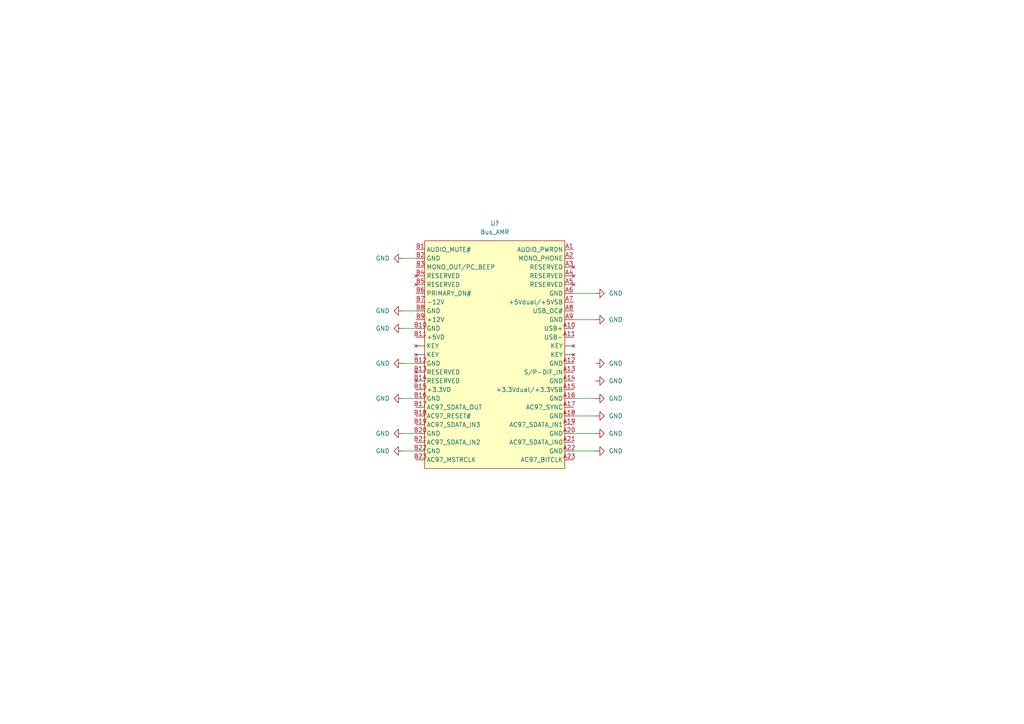
<source format=kicad_sch>
(kicad_sch (version 20211123) (generator eeschema)
  (paper "A4")
  (lib_symbols
    (symbol "Connector_Bus:Bus_AMR"
      (property "Reference" "U" (at 17.78 2.54 0))
      (property "Value" "Bus_AMR" (at 0 3.81 0))
      (symbol "Bus_AMR_0_0"
        (pin no_connect line (at -20.32 -31.75 0) (length 2.54) (name "KEY") (number ""))
        (pin no_connect line (at -20.32 -29.21 0) (length 2.54) (name "KEY") (number ""))
        (pin no_connect line (at 25.4 -31.75 180) (length 2.54) (name "KEY") (number ""))
        (pin no_connect line (at 25.4 -29.21 180) (length 2.54) (name "KEY") (number ""))
        (pin input line (at 25.4 -1.27 180) (length 2.54) (name "AUDIO_PWRDN") (number "A1"))
        (pin bidirectional line (at 25.4 -24.13 180) (length 2.54) (name "USB+") (number "A10"))
        (pin bidirectional line (at 25.4 -26.67 180) (length 2.54) (name "USB-") (number "A11"))
        (pin power_in line (at 25.4 -34.29 180) (length 2.54) (name "GND") (number "A12"))
        (pin input line (at 25.4 -36.83 180) (length 2.54) (name "S/P-DIF_IN") (number "A13"))
        (pin power_in line (at 25.4 -39.37 180) (length 2.54) (name "GND") (number "A14"))
        (pin power_in line (at 25.4 -41.91 180) (length 2.54) (name "+3.3Vdual/+3.3VSB") (number "A15"))
        (pin power_in line (at 25.4 -44.45 180) (length 2.54) (name "GND") (number "A16"))
        (pin input line (at 25.4 -46.99 180) (length 2.54) (name "AC97_SYNC") (number "A17"))
        (pin power_in line (at 25.4 -49.53 180) (length 2.54) (name "GND") (number "A18"))
        (pin output line (at 25.4 -52.07 180) (length 2.54) (name "AC97_SDATA_IN1") (number "A19"))
        (pin output line (at 25.4 -3.81 180) (length 2.54) (name "MONO_PHONE") (number "A2"))
        (pin power_in line (at 25.4 -54.61 180) (length 2.54) (name "GND") (number "A20"))
        (pin output line (at 25.4 -57.15 180) (length 2.54) (name "AC97_SDATA_IN0") (number "A21"))
        (pin power_in line (at 25.4 -59.69 180) (length 2.54) (name "GND") (number "A22"))
        (pin bidirectional line (at 25.4 -62.23 180) (length 2.54) (name "AC97_BITCLK") (number "A23"))
        (pin no_connect line (at 25.4 -6.35 180) (length 2.54) (name "RESERVED") (number "A3"))
        (pin no_connect line (at 25.4 -8.89 180) (length 2.54) (name "RESERVED") (number "A4"))
        (pin no_connect line (at 25.4 -11.43 180) (length 2.54) (name "RESERVED") (number "A5"))
        (pin power_in line (at 25.4 -13.97 180) (length 2.54) (name "GND") (number "A6"))
        (pin power_in line (at 25.4 -16.51 180) (length 2.54) (name "+5Vdual/+5VSB") (number "A7"))
        (pin output line (at 25.4 -19.05 180) (length 2.54) (name "USB_OC#") (number "A8"))
        (pin power_in line (at 25.4 -21.59 180) (length 2.54) (name "GND") (number "A9"))
        (pin input line (at -20.32 -1.27 0) (length 2.54) (name "AUDIO_MUTE#") (number "B1"))
        (pin power_in line (at -20.32 -24.13 0) (length 2.54) (name "GND") (number "B10"))
        (pin power_in line (at -20.32 -26.67 0) (length 2.54) (name "+5VD") (number "B11"))
        (pin power_in line (at -20.32 -34.29 0) (length 2.54) (name "GND") (number "B12"))
        (pin no_connect line (at -20.32 -36.83 0) (length 2.54) (name "RESERVED") (number "B13"))
        (pin no_connect line (at -20.32 -39.37 0) (length 2.54) (name "RESERVED") (number "B14"))
        (pin power_in line (at -20.32 -41.91 0) (length 2.54) (name "+3.3VD") (number "B15"))
        (pin power_in line (at -20.32 -44.45 0) (length 2.54) (name "GND") (number "B16"))
        (pin input line (at -20.32 -46.99 0) (length 2.54) (name "AC97_SDATA_OUT") (number "B17"))
        (pin input line (at -20.32 -49.53 0) (length 2.54) (name "AC97_RESET#") (number "B18"))
        (pin output line (at -20.32 -52.07 0) (length 2.54) (name "AC97_SDATA_IN3") (number "B19"))
        (pin power_in line (at -20.32 -3.81 0) (length 2.54) (name "GND") (number "B2"))
        (pin power_in line (at -20.32 -54.61 0) (length 2.54) (name "GND") (number "B20"))
        (pin output line (at -20.32 -57.15 0) (length 2.54) (name "AC97_SDATA_IN2") (number "B21"))
        (pin power_in line (at -20.32 -59.69 0) (length 2.54) (name "GND") (number "B22"))
        (pin unspecified line (at -20.32 -62.23 0) (length 2.54) (name "AC97_MSTRCLK") (number "B23"))
        (pin input line (at -20.32 -6.35 0) (length 2.54) (name "MONO_OUT/PC_BEEP") (number "B3"))
        (pin no_connect line (at -20.32 -8.89 0) (length 2.54) (name "RESERVED") (number "B4"))
        (pin no_connect line (at -20.32 -11.43 0) (length 2.54) (name "RESERVED") (number "B5"))
        (pin input line (at -20.32 -13.97 0) (length 2.54) (name "PRIMARY_DN#") (number "B6"))
        (pin power_in line (at -20.32 -16.51 0) (length 2.54) (name "-12V") (number "B7"))
        (pin power_in line (at -20.32 -19.05 0) (length 2.54) (name "GND") (number "B8"))
        (pin power_in line (at -20.32 -21.59 0) (length 2.54) (name "+12V") (number "B9"))
      )
      (symbol "Bus_AMR_0_1"
        (rectangle (start -17.78 1.27) (end 22.86 -64.77) (fill (type background)))
      )
    )
    (symbol "power:GND" (power) (pin_names (offset 0))
      (property "Value" "GND" (at 0 -3.81 0))
      (symbol "GND_0_1"
        (polyline (pts (xy 0 0) (xy 0 -1.27) (xy 1.27 -1.27) (xy 0 -2.54) (xy -1.27 -1.27) (xy 0 -1.27)))
      )
      (symbol "GND_1_1"
        (pin power_in line (at 0 0 270) (length 0) hide (name "GND") (number "1"))
      )
    )
  )
  (wire (pts (xy 116.84 125.73) (xy 120.65 125.73)))
  (wire (pts (xy 166.37 120.65) (xy 172.72 120.65)))
  (wire (pts (xy 166.37 125.73) (xy 172.72 125.73)))
  (wire (pts (xy 116.84 95.25) (xy 120.65 95.25)))
  (wire (pts (xy 116.84 105.41) (xy 120.65 105.41)))
  (wire (pts (xy 166.37 92.71) (xy 172.72 92.71)))
  (wire (pts (xy 166.37 130.81) (xy 172.72 130.81)))
  (wire (pts (xy 116.84 74.93) (xy 120.65 74.93)))
  (wire (pts (xy 166.37 115.57) (xy 172.72 115.57)))
  (wire (pts (xy 116.84 115.57) (xy 120.65 115.57)))
  (wire (pts (xy 166.37 85.09) (xy 172.72 85.09)))
  (wire (pts (xy 116.84 90.17) (xy 120.65 90.17)))
  (wire (pts (xy 116.84 130.81) (xy 120.65 130.81)))
  (symbol (lib_id "power:GND") (at 172.72 85.09 90) (unit 1)
    (property "Reference" "#PWR?" (effects hide))
    (property "Value" "GND" (at 176.53 85.0899 90) (effects (justify right)))
  )
  (symbol (lib_id "power:GND") (at 172.72 105.41 90) (unit 1)
    (property "Reference" "#PWR?" (effects hide))
    (property "Value" "GND" (at 176.53 105.4099 90) (effects (justify right)))
  )
  (symbol (lib_id "power:GND") (at 172.72 115.57 90) (unit 1)
    (property "Reference" "#PWR?" (effects hide))
    (property "Value" "GND" (at 176.53 115.5699 90) (effects (justify right)))
  )
  (symbol (lib_id "power:GND") (at 116.84 74.93 270) (unit 1)
    (property "Reference" "#PWR?" (effects hide))
    (property "Value" "GND" (at 113.03 74.9299 90) (effects (justify right)))
  )
  (symbol (lib_id "power:GND") (at 172.72 130.81 90) (unit 1)
    (property "Reference" "#PWR?" (effects hide))
    (property "Value" "GND" (at 176.53 130.8099 90) (effects (justify right)))
  )
  (symbol (lib_id "power:GND") (at 172.72 120.65 90) (unit 1)
    (property "Reference" "#PWR?" (effects hide))
    (property "Value" "GND" (at 176.53 120.6499 90) (effects (justify right)))
  )
  (symbol (lib_id "power:GND") (at 116.84 115.57 270) (unit 1)
    (property "Reference" "#PWR?" (effects hide))
    (property "Value" "GND" (at 113.03 115.5699 90) (effects (justify right)))
  )
  (symbol (lib_id "power:GND") (at 172.72 125.73 90) (unit 1)
    (property "Reference" "#PWR?" (effects hide))
    (property "Value" "GND" (at 176.53 125.7299 90) (effects (justify right)))
  )
  (symbol (lib_id "power:GND") (at 172.72 110.49 90) (unit 1)
    (property "Reference" "#PWR?" (effects hide))
    (property "Value" "GND" (at 176.53 110.4899 90) (effects (justify right)))
  )
  (symbol (lib_id "power:GND") (at 116.84 125.73 270) (unit 1)
    (property "Reference" "#PWR?" (effects hide))
    (property "Value" "GND" (at 113.03 125.7299 90) (effects (justify right)))
  )
  (symbol (lib_id "power:GND") (at 116.84 90.17 270) (unit 1)
    (property "Reference" "#PWR?" (effects hide))
    (property "Value" "GND" (at 113.03 90.1699 90) (effects (justify right)))
  )
  (symbol (lib_id "power:GND") (at 172.72 92.71 90) (unit 1)
    (property "Reference" "#PWR?" (effects hide))
    (property "Value" "GND" (at 176.53 92.7099 90) (effects (justify right)))
  )
  (symbol (lib_id "power:GND") (at 116.84 130.81 270) (unit 1)
    (property "Reference" "#PWR?" (effects hide))
    (property "Value" "GND" (at 113.03 130.8099 90) (effects (justify right)))
  )
  (symbol (lib_id "power:GND") (at 116.84 95.25 270) (unit 1)
    (property "Reference" "#PWR?" (effects hide))
    (property "Value" "GND" (at 113.03 95.2499 90) (effects (justify right)))
  )
  (symbol (lib_id "Connector_Bus:Bus_AMR") (at 140.97 71.12 0) (unit 1)
    (property "Reference" "U?" (at 143.51 64.77 0))
    (property "Value" "Bus_AMR" (at 143.51 67.31 0))
  )
  (symbol (lib_id "power:GND") (at 116.84 105.41 270) (unit 1)
    (property "Reference" "#PWR?" (effects hide))
    (property "Value" "GND" (at 113.03 105.4099 90) (effects (justify right)))
  )
)
</source>
